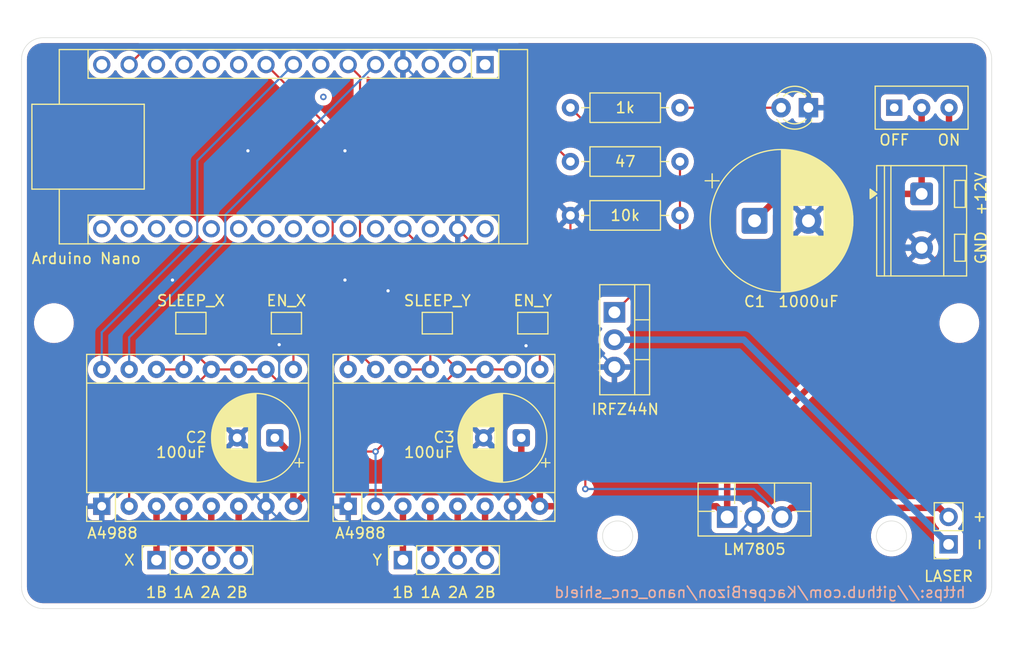
<source format=kicad_pcb>
(kicad_pcb (version 20241229) (generator "pcbnew") (generator_version "9.0")
  (layers (0 "F.Cu" signal) (2 "B.Cu" signal) (13 "F.Paste" user) (15 "B.Paste" user) (5 "F.SilkS" user "F.Silkscreen") (7 "B.SilkS" user "B.Silkscreen") (1 "F.Mask" user) (3 "B.Mask" user) (25 "Edge.Cuts" user))
  (net 0 "")
  (net 2 "/Y_DIR")
  (net 7 "/Y_STEP")
  (net 10 "+5V")
  (net 11 "/LASER_SIGNAL")
  (net 12 "GND")
  (net 24 "/X_DIR")
  (net 25 "/X_STEP")
  (net 30 "Net-(A2-~{ENABLE})")
  (net 31 "Net-(A2-~{RESET})")
  (net 32 "Net-(A2-1B)")
  (net 33 "+12V")
  (net 34 "Net-(A2-1A)")
  (net 35 "Net-(A2-2B)")
  (net 36 "Net-(A2-2A)")
  (net 37 "Net-(A3-~{ENABLE})")
  (net 38 "Net-(A3-2B)")
  (net 39 "Net-(A3-~{RESET})")
  (net 40 "Net-(A3-1A)")
  (net 41 "Net-(A3-1B)")
  (net 42 "Net-(A3-2A)")
  (net 43 "Net-(J1-V+)")
  (net 44 "Net-(D1-A)")
  (net 45 "Net-(J2-Pin_1)")
  (net 46 "Net-(J2-Pin_2)")
  (net 47 "Net-(Q1-G)")
  (footprint "Capacitor_THT:CP_Radial_D13.0mm_P5.00mm" (layer "F.Cu") (at 105 50.5)
    (property "Reference" "C1" (at 0 7.5 0) (layer "F.SilkS"))
    (property "Value" "1000uF" (hide yes))
    (pad "1" thru_hole roundrect (at 0 0) (size 2.4 2.4) (drill 1.2) (layers "*.Cu" "*.Mask") (roundrect_rratio 0.104167) (net 43 "Net-(J1-V+)"))
    (pad "2" thru_hole circle (at 5 0) (size 2.4 2.4) (drill 1.2) (layers "*.Cu" "*.Mask") (net 12 "GND"))
  )
  (footprint "Connector_PinSocket_2.54mm:PinSocket_1x04_P2.54mm_Vertical" (layer "F.Cu") (at 72.38 82 90)
    (property "Reference" "J4" (hide yes))
    (property "Value" "STEPPER_Y")
    (pad "1" thru_hole rect (at 0 0 90) (size 1.7 1.7) (drill 1) (layers "*.Cu" "*.Mask") (net 41 "Net-(A3-1B)"))
    (pad "2" thru_hole circle (at 0 2.54 90) (size 1.7 1.7) (drill 1) (layers "*.Cu" "*.Mask") (net 40 "Net-(A3-1A)"))
    (pad "3" thru_hole circle (at 0 5.08 90) (size 1.7 1.7) (drill 1) (layers "*.Cu" "*.Mask") (net 42 "Net-(A3-2A)"))
    (pad "4" thru_hole circle (at 0 7.62 90) (size 1.7 1.7) (drill 1) (layers "*.Cu" "*.Mask") (net 38 "Net-(A3-2B)"))
  )
  (footprint "Capacitor_THT:CP_Radial_D8.0mm_P3.50mm" (layer "F.Cu") (at 83.36 70.65 180)
    (property "Reference" "C3" (at 7.16 0.05 0) (layer "F.SilkS"))
    (property "Value" "100uF")
    (pad "1" thru_hole roundrect (at 0 0 180) (size 1.6 1.6) (drill 0.8) (layers "*.Cu" "*.Mask") (roundrect_rratio 0.15625) (net 33 "+12V"))
    (pad "2" thru_hole circle (at 3.5 0 180) (size 1.6 1.6) (drill 0.8) (layers "*.Cu" "*.Mask") (net 12 "GND"))
  )
  (footprint "LED_THT:LED_D3.0mm" (layer "F.Cu") (at 110 40 180)
    (property "Reference" "D1" (hide yes))
    (property "Value" "LED")
    (pad "1" thru_hole rect (at 0 0 180) (size 1.8 1.8) (drill 0.9) (layers "*.Cu" "*.Mask") (net 12 "GND"))
    (pad "2" thru_hole circle (at 2.54 0 180) (size 1.8 1.8) (drill 0.9) (layers "*.Cu" "*.Mask") (net 44 "Net-(D1-A)"))
  )
  (footprint "Jumper:SolderJumper-2_P1.3mm_Open_Pad1.0x1.5mm" (layer "F.Cu") (at 52.71 60 180)
    (property "Reference" "JP1" (hide yes))
    (property "Value" "JUMPER_RESET_X" (hide yes))
    (pad "1" smd rect (at -0.65 0 180) (size 1 1.5) (layers "F.Cu" "F.Mask") (net 10 "+5V"))
    (pad "2" smd rect (at 0.65 0 180) (size 1 1.5) (layers "F.Cu" "F.Mask") (net 31 "Net-(A2-~{RESET})"))
  )
  (footprint "Resistor_THT:R_Axial_DIN0207_L6.3mm_D2.5mm_P10.16mm_Horizontal" (layer "F.Cu") (at 87.92 50)
    (property "Reference" "R2" (hide yes))
    (property "Value" "10k" (hide yes))
    (pad "1" thru_hole circle (at 0 0) (size 1.6 1.6) (drill 0.8) (layers "*.Cu" "*.Mask") (net 12 "GND"))
    (pad "2" thru_hole circle (at 10.16 0) (size 1.6 1.6) (drill 0.8) (layers "*.Cu" "*.Mask") (net 47 "Net-(Q1-G)"))
  )
  (footprint "TerminalBlock_RND:TerminalBlock_RND_205-00045_1x02_P5.00mm_Horizontal" (layer "F.Cu") (at 120.5 48 -90)
    (property "Reference" "J1" (hide yes))
    (property "Value" "POWER_12V")
    (pad "1" thru_hole roundrect (at 0 0 270) (size 2.1 2.1) (drill 1.1) (layers "*.Cu" "*.Mask") (roundrect_rratio 0.119048) (net 43 "Net-(J1-V+)"))
    (pad "2" thru_hole circle (at 5 0 270) (size 2.1 2.1) (drill 1.1) (layers "*.Cu" "*.Mask") (net 12 "GND"))
  )
  (footprint "Resistor_THT:R_Axial_DIN0207_L6.3mm_D2.5mm_P10.16mm_Horizontal" (layer "F.Cu") (at 87.92 45)
    (property "Reference" "R1" (hide yes))
    (property "Value" "47" (hide yes))
    (pad "1" thru_hole circle (at 0 0) (size 1.6 1.6) (drill 0.8) (layers "*.Cu" "*.Mask") (net 11 "/LASER_SIGNAL"))
    (pad "2" thru_hole circle (at 10.16 0) (size 1.6 1.6) (drill 0.8) (layers "*.Cu" "*.Mask") (net 47 "Net-(Q1-G)"))
  )
  (footprint "Jumper:SolderJumper-2_P1.3mm_Open_Pad1.0x1.5mm" (layer "F.Cu") (at 75.57 60 180)
    (property "Reference" "JP3" (hide yes))
    (property "Value" "JUMPER_RESET_Y" (hide yes))
    (pad "1" smd rect (at -0.65 0 180) (size 1 1.5) (layers "F.Cu" "F.Mask") (net 10 "+5V"))
    (pad "2" smd rect (at 0.65 0 180) (size 1 1.5) (layers "F.Cu" "F.Mask") (net 39 "Net-(A3-~{RESET})"))
  )
  (footprint "Package_TO_SOT_THT:TO-220-3_Vertical" (layer "F.Cu") (at 92 59 -90)
    (property "Reference" "Q1" (hide yes))
    (property "Value" "IRFZ44N")
    (pad "1" thru_hole rect (at 0 0 270) (size 1.905 2) (drill 1.1) (layers "*.Cu" "*.Mask") (net 47 "Net-(Q1-G)"))
    (pad "2" thru_hole oval (at 2.54 0 270) (size 1.905 2) (drill 1.1) (layers "*.Cu" "*.Mask") (net 45 "Net-(J2-Pin_1)"))
    (pad "3" thru_hole oval (at 5.08 0 270) (size 1.905 2) (drill 1.1) (layers "*.Cu" "*.Mask") (net 12 "GND"))
  )
  (footprint "Module:Pololu_Breakout-16_15.2x20.3mm" (layer "F.Cu") (at 67.3 77 90)
    (property "Reference" "A3" (hide yes))
    (property "Value" "A4988_Y")
    (pad "1" thru_hole rect (at 0 0 90) (size 1.6 1.6) (drill 0.8) (layers "*.Cu" "*.Mask") (net 12 "GND"))
    (pad "2" thru_hole oval (at 0 2.54 90) (size 1.6 1.6) (drill 0.8) (layers "*.Cu" "*.Mask") (net 10 "+5V"))
    (pad "3" thru_hole oval (at 0 5.08 90) (size 1.6 1.6) (drill 0.8) (layers "*.Cu" "*.Mask") (net 41 "Net-(A3-1B)"))
    (pad "4" thru_hole oval (at 0 7.62 90) (size 1.6 1.6) (drill 0.8) (layers "*.Cu" "*.Mask") (net 40 "Net-(A3-1A)"))
    (pad "5" thru_hole oval (at 0 10.16 90) (size 1.6 1.6) (drill 0.8) (layers "*.Cu" "*.Mask") (net 42 "Net-(A3-2A)"))
    (pad "6" thru_hole oval (at 0 12.7 90) (size 1.6 1.6) (drill 0.8) (layers "*.Cu" "*.Mask") (net 38 "Net-(A3-2B)"))
    (pad "7" thru_hole oval (at 0 15.24 90) (size 1.6 1.6) (drill 0.8) (layers "*.Cu" "*.Mask") (net 12 "GND"))
    (pad "8" thru_hole oval (at 0 17.78 90) (size 1.6 1.6) (drill 0.8) (layers "*.Cu" "*.Mask") (net 33 "+12V"))
    (pad "9" thru_hole oval (at 12.7 17.78 90) (size 1.6 1.6) (drill 0.8) (layers "*.Cu" "*.Mask") (net 37 "Net-(A3-~{ENABLE})"))
    (pad "10" thru_hole oval (at 12.7 15.24 90) (size 1.6 1.6) (drill 0.8) (layers "*.Cu" "*.Mask") (net 10 "+5V"))
    (pad "11" thru_hole oval (at 12.7 12.7 90) (size 1.6 1.6) (drill 0.8) (layers "*.Cu" "*.Mask") (net 10 "+5V"))
    (pad "12" thru_hole oval (at 12.7 10.16 90) (size 1.6 1.6) (drill 0.8) (layers "*.Cu" "*.Mask") (net 10 "+5V"))
    (pad "13" thru_hole oval (at 12.7 7.62 90) (size 1.6 1.6) (drill 0.8) (layers "*.Cu" "*.Mask") (net 39 "Net-(A3-~{RESET})"))
    (pad "14" thru_hole oval (at 12.7 5.08 90) (size 1.6 1.6) (drill 0.8) (layers "*.Cu" "*.Mask") (net 39 "Net-(A3-~{RESET})"))
    (pad "15" thru_hole oval (at 12.7 2.54 90) (size 1.6 1.6) (drill 0.8) (layers "*.Cu" "*.Mask") (net 7 "/Y_STEP"))
    (pad "16" thru_hole oval (at 12.7 0 90) (size 1.6 1.6) (drill 0.8) (layers "*.Cu" "*.Mask") (net 2 "/Y_DIR"))
  )
  (footprint "Capacitor_THT:CP_Radial_D8.0mm_P3.50mm" (layer "F.Cu") (at 60.5 70.65 180)
    (property "Reference" "C2" (at 7.3 0.05 0) (layer "F.SilkS"))
    (property "Value" "100uF")
    (pad "1" thru_hole roundrect (at 0 0 180) (size 1.6 1.6) (drill 0.8) (layers "*.Cu" "*.Mask") (roundrect_rratio 0.15625) (net 33 "+12V"))
    (pad "2" thru_hole circle (at 3.5 0 180) (size 1.6 1.6) (drill 0.8) (layers "*.Cu" "*.Mask") (net 12 "GND"))
  )
  (footprint "MountingHole:MountingHole_3.2mm_M3_DIN965" (layer "F.Cu") (at 40 60)
    (property "Reference" "MH1" (hide yes))
    (property "Value" "MountingHole_3.2mm_M3_DIN965" (hide yes))
    (pad "" np_thru_hole circle (at 0 0) (size 3.2 3.2) (drill 3.2) (layers "*.Cu" "*.Mask"))
  )
  (footprint "Resistor_THT:R_Axial_DIN0207_L6.3mm_D2.5mm_P10.16mm_Horizontal" (layer "F.Cu") (at 87.92 40)
    (property "Reference" "R3" (hide yes))
    (property "Value" "1k" (hide yes))
    (pad "1" thru_hole circle (at 0 0) (size 1.6 1.6) (drill 0.8) (layers "*.Cu" "*.Mask") (net 46 "Net-(J2-Pin_2)"))
    (pad "2" thru_hole circle (at 10.16 0) (size 1.6 1.6) (drill 0.8) (layers "*.Cu" "*.Mask") (net 44 "Net-(D1-A)"))
  )
  (footprint "switch:SW_Slide-03_SS22T35_8.4x3.8x6.8_P2.54mm" (layer "F.Cu") (at 120.5 40)
    (property "Reference" "SW1" (hide yes))
    (property "Value" "POWER_SWITCH")
    (pad "1" thru_hole rect (at -2.54 0) (size 1.5 1.5) (drill 0.8) (layers "*.Cu" "*.Mask"))
    (pad "2" thru_hole circle (at 0 0) (size 1.6 1.6) (drill 0.8) (layers "*.Cu" "*.Mask") (net 43 "Net-(J1-V+)"))
    (pad "3" thru_hole circle (at 2.54 0) (size 1.6 1.6) (drill 0.8) (layers "*.Cu" "*.Mask") (net 33 "+12V"))
  )
  (footprint "Jumper:SolderJumper-2_P1.3mm_Open_Pad1.0x1.5mm" (layer "F.Cu") (at 84.43 60)
    (property "Reference" "JP4" (hide yes))
    (property "Value" "JUMPER_EN_Y" (hide yes))
    (pad "1" smd rect (at -0.65 0) (size 1 1.5) (layers "F.Cu" "F.Mask") (net 12 "GND"))
    (pad "2" smd rect (at 0.65 0) (size 1 1.5) (layers "F.Cu" "F.Mask") (net 37 "Net-(A3-~{ENABLE})"))
  )
  (footprint "Jumper:SolderJumper-2_P1.3mm_Open_Pad1.0x1.5mm" (layer "F.Cu") (at 61.57 60)
    (property "Reference" "JP2" (hide yes))
    (property "Value" "JUMPER_EN_X" (hide yes))
    (pad "1" smd rect (at -0.65 0) (size 1 1.5) (layers "F.Cu" "F.Mask") (net 12 "GND"))
    (pad "2" smd rect (at 0.65 0) (size 1 1.5) (layers "F.Cu" "F.Mask") (net 30 "Net-(A2-~{ENABLE})"))
  )
  (footprint "Package_TO_SOT_THT:TO-220F-3_Vertical" (layer "F.Cu") (at 102.46 78)
    (property "Reference" "U1" (hide yes))
    (property "Value" "L7805")
    (pad "1" thru_hole rect (at 0 0) (size 1.905 2) (drill 1.2) (layers "*.Cu" "*.Mask") (net 33 "+12V"))
    (pad "2" thru_hole oval (at 2.54 0) (size 1.905 2) (drill 1.2) (layers "*.Cu" "*.Mask") (net 12 "GND"))
    (pad "3" thru_hole oval (at 5.08 0) (size 1.905 2) (drill 1.2) (layers "*.Cu" "*.Mask") (net 46 "Net-(J2-Pin_2)"))
  )
  (footprint "Connector_PinSocket_2.54mm:PinSocket_1x04_P2.54mm_Vertical" (layer "F.Cu") (at 49.52 82 90)
    (property "Reference" "J3" (hide yes))
    (property "Value" "STEPPER_X")
    (pad "1" thru_hole rect (at 0 0 90) (size 1.7 1.7) (drill 1) (layers "*.Cu" "*.Mask") (net 32 "Net-(A2-1B)"))
    (pad "2" thru_hole circle (at 0 2.54 90) (size 1.7 1.7) (drill 1) (layers "*.Cu" "*.Mask") (net 34 "Net-(A2-1A)"))
    (pad "3" thru_hole circle (at 0 5.08 90) (size 1.7 1.7) (drill 1) (layers "*.Cu" "*.Mask") (net 36 "Net-(A2-2A)"))
    (pad "4" thru_hole circle (at 0 7.62 90) (size 1.7 1.7) (drill 1) (layers "*.Cu" "*.Mask") (net 35 "Net-(A2-2B)"))
  )
  (footprint "Connector_PinSocket_2.54mm:PinSocket_1x02_P2.54mm_Vertical" (layer "F.Cu") (at 123 80.54 180)
    (property "Reference" "J2" (hide yes))
    (property "Value" "LASER")
    (pad "1" thru_hole rect (at 0 0 180) (size 1.7 1.7) (drill 1) (layers "*.Cu" "*.Mask") (net 45 "Net-(J2-Pin_1)"))
    (pad "2" thru_hole circle (at 0 2.54 180) (size 1.7 1.7) (drill 1) (layers "*.Cu" "*.Mask") (net 46 "Net-(J2-Pin_2)"))
  )
  (footprint "Module:Pololu_Breakout-16_15.2x20.3mm" (layer "F.Cu") (at 44.44 77 90)
    (property "Reference" "A2" (hide yes))
    (property "Value" "A4988_X")
    (pad "1" thru_hole rect (at 0 0 90) (size 1.6 1.6) (drill 0.8) (layers "*.Cu" "*.Mask") (net 12 "GND"))
    (pad "2" thru_hole oval (at 0 2.54 90) (size 1.6 1.6) (drill 0.8) (layers "*.Cu" "*.Mask") (net 10 "+5V"))
    (pad "3" thru_hole oval (at 0 5.08 90) (size 1.6 1.6) (drill 0.8) (layers "*.Cu" "*.Mask") (net 32 "Net-(A2-1B)"))
    (pad "4" thru_hole oval (at 0 7.62 90) (size 1.6 1.6) (drill 0.8) (layers "*.Cu" "*.Mask") (net 34 "Net-(A2-1A)"))
    (pad "5" thru_hole oval (at 0 10.16 90) (size 1.6 1.6) (drill 0.8) (layers "*.Cu" "*.Mask") (net 36 "Net-(A2-2A)"))
    (pad "6" thru_hole oval (at 0 12.7 90) (size 1.6 1.6) (drill 0.8) (layers "*.Cu" "*.Mask") (net 35 "Net-(A2-2B)"))
    (pad "7" thru_hole oval (at 0 15.24 90) (size 1.6 1.6) (drill 0.8) (layers "*.Cu" "*.Mask") (net 12 "GND"))
    (pad "8" thru_hole oval (at 0 17.78 90) (size 1.6 1.6) (drill 0.8) (layers "*.Cu" "*.Mask") (net 33 "+12V"))
    (pad "9" thru_hole oval (at 12.7 17.78 90) (size 1.6 1.6) (drill 0.8) (layers "*.Cu" "*.Mask") (net 30 "Net-(A2-~{ENABLE})"))
    (pad "10" thru_hole oval (at 12.7 15.24 90) (size 1.6 1.6) (drill 0.8) (layers "*.Cu" "*.Mask") (net 10 "+5V"))
    (pad "11" thru_hole oval (at 12.7 12.7 90) (size 1.6 1.6) (drill 0.8) (layers "*.Cu" "*.Mask") (net 10 "+5V"))
    (pad "12" thru_hole oval (at 12.7 10.16 90) (size 1.6 1.6) (drill 0.8) (layers "*.Cu" "*.Mask") (net 10 "+5V"))
    (pad "13" thru_hole oval (at 12.7 7.62 90) (size 1.6 1.6) (drill 0.8) (layers "*.Cu" "*.Mask") (net 31 "Net-(A2-~{RESET})"))
    (pad "14" thru_hole oval (at 12.7 5.08 90) (size 1.6 1.6) (drill 0.8) (layers "*.Cu" "*.Mask") (net 31 "Net-(A2-~{RESET})"))
    (pad "15" thru_hole oval (at 12.7 2.54 90) (size 1.6 1.6) (drill 0.8) (layers "*.Cu" "*.Mask") (net 25 "/X_STEP"))
    (pad "16" thru_hole oval (at 12.7 0 90) (size 1.6 1.6) (drill 0.8) (layers "*.Cu" "*.Mask") (net 24 "/X_DIR"))
  )
  (footprint "MountingHole:MountingHole_3.2mm_M3_DIN965" (layer "F.Cu") (at 124 60)
    (property "Reference" "MH2" (hide yes))
    (property "Value" "MountingHole_3.2mm_M3_DIN965" (hide yes))
    (pad "" np_thru_hole circle (at 0 0) (size 3.2 3.2) (drill 3.2) (layers "*.Cu" "*.Mask"))
  )
  (footprint "Module:Arduino_Nano" (layer "F.Cu") (at 80 36 -90)
    (property "Reference" "A1" (hide yes))
    (property "Value" "Arduino_Nano")
    (pad "1" thru_hole rect (at 0 0 270) (size 1.6 1.6) (drill 1) (layers "*.Cu" "*.Mask"))
    (pad "2" thru_hole oval (at 0 2.54 270) (size 1.6 1.6) (drill 1) (layers "*.Cu" "*.Mask"))
    (pad "3" thru_hole oval (at 0 5.08 270) (size 1.6 1.6) (drill 1) (layers "*.Cu" "*.Mask"))
    (pad "4" thru_hole oval (at 0 7.62 270) (size 1.6 1.6) (drill 1) (layers "*.Cu" "*.Mask") (net 12 "GND"))
    (pad "5" thru_hole oval (at 0 10.16 270) (size 1.6 1.6) (drill 1) (layers "*.Cu" "*.Mask") (net 25 "/X_STEP"))
    (pad "6" thru_hole oval (at 0 12.7 270) (size 1.6 1.6) (drill 1) (layers "*.Cu" "*.Mask") (net 7 "/Y_STEP"))
    (pad "7" thru_hole oval (at 0 15.24 270) (size 1.6 1.6) (drill 1) (layers "*.Cu" "*.Mask"))
    (pad "8" thru_hole oval (at 0 17.78 270) (size 1.6 1.6) (drill 1) (layers "*.Cu" "*.Mask") (net 24 "/X_DIR"))
    (pad "9" thru_hole oval (at 0 20.32 270) (size 1.6 1.6) (drill 1) (layers "*.Cu" "*.Mask") (net 2 "/Y_DIR"))
    (pad "10" thru_hole oval (at 0 22.86 270) (size 1.6 1.6) (drill 1) (layers "*.Cu" "*.Mask"))
    (pad "11" thru_hole oval (at 0 25.4 270) (size 1.6 1.6) (drill 1) (layers "*.Cu" "*.Mask"))
    (pad "12" thru_hole oval (at 0 27.94 270) (size 1.6 1.6) (drill 1) (layers "*.Cu" "*.Mask"))
    (pad "13" thru_hole oval (at 0 30.48 270) (size 1.6 1.6) (drill 1) (layers "*.Cu" "*.Mask"))
    (pad "14" thru_hole oval (at 0 33.02 270) (size 1.6 1.6) (drill 1) (layers "*.Cu" "*.Mask") (net 11 "/LASER_SIGNAL"))
    (pad "15" thru_hole oval (at 0 35.56 270) (size 1.6 1.6) (drill 1) (layers "*.Cu" "*.Mask"))
    (pad "16" thru_hole oval (at 15.24 35.56 270) (size 1.6 1.6) (drill 1) (layers "*.Cu" "*.Mask"))
    (pad "17" thru_hole oval (at 15.24 33.02 270) (size 1.6 1.6) (drill 1) (layers "*.Cu" "*.Mask"))
    (pad "18" thru_hole oval (at 15.24 30.48 270) (size 1.6 1.6) (drill 1) (layers "*.Cu" "*.Mask"))
    (pad "19" thru_hole oval (at 15.24 27.94 270) (size 1.6 1.6) (drill 1) (layers "*.Cu" "*.Mask"))
    (pad "20" thru_hole oval (at 15.24 25.4 270) (size 1.6 1.6) (drill 1) (layers "*.Cu" "*.Mask"))
    (pad "21" thru_hole oval (at 15.24 22.86 270) (size 1.6 1.6) (drill 1) (layers "*.Cu" "*.Mask"))
    (pad "22" thru_hole oval (at 15.24 20.32 270) (size 1.6 1.6) (drill 1) (layers "*.Cu" "*.Mask"))
    (pad "23" thru_hole oval (at 15.24 17.78 270) (size 1.6 1.6) (drill 1) (layers "*.Cu" "*.Mask"))
    (pad "24" thru_hole oval (at 15.24 15.24 270) (size 1.6 1.6) (drill 1) (layers "*.Cu" "*.Mask"))
    (pad "25" thru_hole oval (at 15.24 12.7 270) (size 1.6 1.6) (drill 1) (layers "*.Cu" "*.Mask"))
    (pad "26" thru_hole oval (at 15.24 10.16 270) (size 1.6 1.6) (drill 1) (layers "*.Cu" "*.Mask"))
    (pad "27" thru_hole oval (at 15.24 7.62 270) (size 1.6 1.6) (drill 1) (layers "*.Cu" "*.Mask") (net 10 "+5V"))
    (pad "28" thru_hole oval (at 15.24 5.08 270) (size 1.6 1.6) (drill 1) (layers "*.Cu" "*.Mask"))
    (pad "29" thru_hole oval (at 15.24 2.54 270) (size 1.6 1.6) (drill 1) (layers "*.Cu" "*.Mask") (net 12 "GND"))
    (pad "30" thru_hole oval (at 15.24 0 270) (size 1.6 1.6) (drill 1) (layers "*.Cu" "*.Mask"))
  )
  (gr_line (start 127 84.5) (end 127 35.5) (stroke (width 0.05)) (layer "Edge.Cuts"))
  (gr_line (start 37 60) (end 37 84.5) (stroke (width 0.05)) (layer "Edge.Cuts"))
  (gr_line (start 39 86.5) (end 125 86.5) (stroke (width 0.05)) (layer "Edge.Cuts"))
  (gr_arc (start 125 33.5) (mid 126.414214 34.085786) (end 127 35.5) (stroke (width 0.05)) (layer "Edge.Cuts"))
  (gr_arc (start 127 84.5) (mid 126.414214 85.914214) (end 125 86.5) (stroke (width 0.05)) (layer "Edge.Cuts"))
  (gr_circle (center 92.3 79.763) (end 93.7 79.763) (stroke (width 0.05)) (fill no) (layer "Edge.Cuts"))
  (gr_arc (start 39 86.5) (mid 37.585786 85.914214) (end 37 84.5) (stroke (width 0.05)) (layer "Edge.Cuts"))
  (gr_line (start 125 33.5) (end 39 33.5) (stroke (width 0.05)) (layer "Edge.Cuts"))
  (gr_arc (start 37 35.5) (mid 37.585786 34.085786) (end 39 33.5) (stroke (width 0.05)) (layer "Edge.Cuts"))
  (gr_line (start 37 60) (end 37 35.5) (stroke (width 0.05)) (layer "Edge.Cuts"))
  (gr_circle (center 117.7 79.763) (end 119.1 79.763) (stroke (width 0.05)) (fill no) (layer "Edge.Cuts"))
  (gr_text "SLEEP_Y" (at 75.57 58.5 0) (layer "F.SilkS") (effects (font (size 1 1)) (justify bottom)))
  (gr_text "GND" (at 126 53 90) (layer "F.SilkS") (effects (font (size 1 1))))
  (gr_text "X" (at 47 82 0) (layer "F.SilkS") (effects (font (size 1 1))))
  (gr_text "+12V" (at 126 48 90) (layer "F.SilkS") (effects (font (size 1 1))))
  (gr_text "47" (at 93 45 0) (layer "F.SilkS") (effects (font (size 1 1))))
  (gr_text "2B" (at 57 85 0) (layer "F.SilkS") (effects (font (size 1 1))))
  (gr_text "2A" (at 77.46 85 0) (layer "F.SilkS") (effects (font (size 1 1))))
  (gr_text "-" (at 125.8 80.54 90) (layer "F.SilkS") (effects (font (size 1 1))))
  (gr_text "EN_Y" (at 84.43 58.5 0) (layer "F.SilkS") (effects (font (size 1 1)) (justify bottom)))
  (gr_text "1000uF" (at 110 58 0) (layer "F.SilkS") (effects (font (size 1 1))))
  (gr_text "2B" (at 80 85 0) (layer "F.SilkS") (effects (font (size 1 1))))
  (gr_text "LM7805" (at 105 81 0) (layer "F.SilkS") (effects (font (size 1 1))))
  (gr_text "IRFZ44N" (at 93 68 0) (layer "F.SilkS") (effects (font (size 1 1))))
  (gr_text "LASER" (at 123 83.5 0) (layer "F.SilkS") (effects (font (size 1 1))))
  (gr_text "2A" (at 54.5 85 0) (layer "F.SilkS") (effects (font (size 1 1))))
  (gr_text "OFF" (at 117.96 43 0) (layer "F.SilkS") (effects (font (size 1 1))))
  (gr_text "1A" (at 74.92 85 0) (layer "F.SilkS") (effects (font (size 1 1))))
  (gr_text "100uF" (at 51.8 72 0) (layer "F.SilkS") (effects (font (size 1 1))))
  (gr_text "Arduino Nano" (at 43 54 0) (layer "F.SilkS") (effects (font (size 1 1))))
  (gr_text "A4988" (at 66 79.5 0) (layer "F.SilkS") (effects (font (size 1 1)) (justify left)))
  (gr_text "SLEEP_X" (at 52.71 58.5 0) (layer "F.SilkS") (effects (font (size 1 1)) (justify bottom)))
  (gr_text "1k" (at 93 40 0) (layer "F.SilkS") (effects (font (size 1 1))))
  (gr_text "+\n" (at 125.8 78 90) (layer "F.SilkS") (effects (font (size 1 1))))
  (gr_text "Y" (at 70 82 0) (layer "F.SilkS") (effects (font (size 1 1))))
  (gr_text "1B" (at 49.52 85 0) (layer "F.SilkS") (effects (font (size 1 1))))
  (gr_text "10k" (at 93 50 0) (layer "F.SilkS") (effects (font (size 1 1))))
  (gr_text "EN_X" (at 61.57 58.5 0) (layer "F.SilkS") (effects (font (size 1 1)) (justify bottom)))
  (gr_text "100uF" (at 74.8 72 0) (layer "F.SilkS") (effects (font (size 1 1))))
  (gr_text "ON" (at 123.04 43 0) (layer "F.SilkS") (effects (font (size 1 1))))
  (gr_text "1B" (at 72.38 85 0) (layer "F.SilkS") (effects (font (size 1 1))))
  (gr_text "A4988" (at 43 79.5 0) (layer "F.SilkS") (effects (font (size 1 1)) (justify left)))
  (gr_text "1A" (at 52 85 0) (layer "F.SilkS") (effects (font (size 1 1))))
  (gr_text "https://github.com/KacperBizon/nano_cnc_shield" (at 105.5 85 0) (layer "B.SilkS") (effects (font (size 1 1)) (justify mirror)))
  (via (at 65 39) (size 0.6) (drill 0.3) (layers "F.Cu" "B.Cu") (net 0))
  (segment (start 67.3 58.8) (end 65.861 57.361) (width 0.2) (layer "F.Cu") (net 2))
  (segment (start 65.861 42.181) (end 59.68 36) (width 0.2) (layer "F.Cu") (net 2))
  (segment (start 65.861 57.361) (end 65.861 42.181) (width 0.2) (layer "F.Cu") (net 2))
  (segment (start 67.3 64.3) (end 67.3 58.8) (width 0.2) (layer "F.Cu") (net 2))
  (segment (start 68.401 37.101) (end 67.3 36) (width 0.2) (layer "F.Cu") (net 7))
  (segment (start 69.84 64.3) (end 68.401 62.861) (width 0.2) (layer "F.Cu") (net 7))
  (segment (start 68.401 62.861) (end 68.401 37.101) (width 0.2) (layer "F.Cu") (net 7))
  (segment (start 76.22 55.08) (end 72.38 51.24) (width 0.2) (layer "F.Cu") (net 10))
  (segment (start 59.68 64.3) (end 67.3 71.92) (width 0.2) (layer "F.Cu") (net 10))
  (segment (start 76.22 60) (end 76.22 55.08) (width 0.2) (layer "F.Cu") (net 10))
  (segment (start 46.98 77) (end 46.98 71.92) (width 0.2) (layer "F.Cu") (net 10))
  (segment (start 76.22 63.06) (end 77.46 64.3) (width 0.2) (layer "F.Cu") (net 10))
  (segment (start 76.22 60) (end 76.22 63.06) (width 0.2) (layer "F.Cu") (net 10))
  (segment (start 69.84 71.92) (end 77.46 64.3) (width 0.2) (layer "F.Cu") (net 10))
  (segment (start 46.98 71.92) (end 54.6 64.3) (width 0.2) (layer "F.Cu") (net 10))
  (segment (start 67.3 71.92) (end 69.84 71.92) (width 0.2) (layer "F.Cu") (net 10))
  (segment (start 53.36 60) (end 53.36 63.06) (width 0.2) (layer "F.Cu") (net 10))
  (segment (start 53.36 63.06) (end 54.6 64.3) (width 0.2) (layer "F.Cu") (net 10))
  (segment (start 54.6 64.3) (end 59.68 64.3) (width 0.2) (layer "F.Cu") (net 10))
  (segment (start 77.46 64.3) (end 82.54 64.3) (width 0.2) (layer "F.Cu") (net 10))
  (via (at 69.84 71.92) (size 0.6) (drill 0.3) (layers "F.Cu" "B.Cu") (net 10))
  (segment (start 69.84 77) (end 69.84 71.92) (width 0.2) (layer "B.Cu") (net 10))
  (segment (start 85 42.08) (end 87.92 45) (width 0.2) (layer "F.Cu") (net 11))
  (segment (start 85 37) (end 85 42.08) (width 0.2) (layer "F.Cu") (net 11))
  (segment (start 48.48 34.5) (end 82.5 34.5) (width 0.2) (layer "F.Cu") (net 11))
  (segment (start 82.5 34.5) (end 85 37) (width 0.2) (layer "F.Cu") (net 11))
  (segment (start 46.98 36) (end 48.48 34.5) (width 0.2) (layer "F.Cu") (net 11))
  (segment (start 83.78 57.35) (end 87.92 53.21) (width 0.2) (layer "F.Cu") (net 12))
  (segment (start 83.78 62.08) (end 83.8 62.1) (width 0.2) (layer "F.Cu") (net 12))
  (segment (start 87.92 53.21) (end 87.92 50) (width 0.2) (layer "F.Cu") (net 12))
  (segment (start 83.78 57.35) (end 83.78 60) (width 0.2) (layer "F.Cu") (net 12))
  (segment (start 60.92 61.88) (end 60.92 60) (width 0.2) (layer "F.Cu") (net 12))
  (segment (start 83.57 57.35) (end 83.78 57.35) (width 0.2) (layer "F.Cu") (net 12))
  (segment (start 83.78 60) (end 83.78 62.08) (width 0.2) (layer "F.Cu") (net 12))
  (segment (start 60.9 61.9) (end 60.92 61.88) (width 0.2) (layer "F.Cu") (net 12))
  (segment (start 77.46 51.24) (end 83.57 57.35) (width 0.2) (layer "F.Cu") (net 12))
  (segment (start 60.9 62) (end 60.9 61.9) (width 0.2) (layer "F.Cu") (net 12))
  (via (at 60.9 62) (size 0.6) (drill 0.3) (layers "F.Cu" "B.Cu") (net 12))
  (via (at 58 44) (size 0.6) (drill 0.3) (layers "F.Cu" "B.Cu") (net 12))
  (via (at 67 56) (size 0.6) (drill 0.3) (layers "F.Cu" "B.Cu") (net 12))
  (via (at 83.8 62.1) (size 0.6) (drill 0.3) (layers "F.Cu" "B.Cu") (net 12))
  (via (at 51 56) (size 0.6) (drill 0.3) (layers "F.Cu" "B.Cu") (net 12))
  (via (at 71 57) (size 0.6) (drill 0.3) (layers "F.Cu" "B.Cu") (net 12))
  (via (at 67 44) (size 0.6) (drill 0.3) (layers "F.Cu" "B.Cu") (net 12))
  (segment (start 90.02 62.1) (end 83.8 62.1) (width 0.2) (layer "B.Cu") (net 12))
  (segment (start 60.9 66.75) (end 60.9 62) (width 0.2) (layer "B.Cu") (net 12))
  (segment (start 59.68 73.33) (end 57 70.65) (width 0.6) (layer "B.Cu") (net 12))
  (segment (start 87.92 50) (end 93.42 55.5) (width 0.2) (layer "B.Cu") (net 12))
  (segment (start 82.54 77) (end 82.54 73.33) (width 0.6) (layer "B.Cu") (net 12))
  (segment (start 110 50.5) (end 110 40) (width 0.6) (layer "B.Cu") (net 12))
  (segment (start 77.46 51.24) (end 77.46 41.08) (width 0.2) (layer "B.Cu") (net 12))
  (segment (start 67.3 79.2) (end 67.3 77) (width 0.2) (layer "B.Cu") (net 12))
  (segment (start 120.5 53) (end 112.5 53) (width 0.6) (layer "B.Cu") (net 12))
  (segment (start 59.68 77) (end 59.68 73.33) (width 0.6) (layer "B.Cu") (net 12))
  (segment (start 59.68 77) (end 57.93 75.25) (width 0.2) (layer "B.Cu") (net 12))
  (segment (start 112.5 53) (end 110 50.5) (width 0.6) (layer "B.Cu") (net 12))
  (segment (start 60.9 62) (end 61 62.1) (width 0.2) (layer "B.Cu") (net 12))
  (segment (start 101 82) (end 85.4 82) (width 0.2) (layer "B.Cu") (net 12))
  (segment (start 82.54 77) (end 82.54 79.14) (width 0.2) (layer "B.Cu") (net 12))
  (segment (start 67.3 79.2) (end 61.88 79.2) (width 0.2) (layer "B.Cu") (net 12))
  (segment (start 82.54 79.14) (end 82.6 79.2) (width 0.2) (layer "B.Cu") (net 12))
  (segment (start 93.42 55.5) (end 105 55.5) (width 0.2) (layer "B.Cu") (net 12))
  (segment (start 57 70.65) (end 60.9 66.75) (width 0.2) (layer "B.Cu") (net 12))
  (segment (start 83.8 66.71) (end 83.8 62.1) (width 0.2) (layer "B.Cu") (net 12))
  (segment (start 82.54 73.33) (end 79.86 70.65) (width 0.6) (layer "B.Cu") (net 12))
  (segment (start 79.86 70.65) (end 83.8 66.71) (width 0.2) (layer "B.Cu") (net 12))
  (segment (start 85.4 82) (end 82.6 79.2) (width 0.2) (layer "B.Cu") (net 12))
  (segment (start 61.88 79.2) (end 59.68 77) (width 0.2) (layer "B.Cu") (net 12))
  (segment (start 57.93 75.25) (end 46.19 75.25) (width 0.2) (layer "B.Cu") (net 12))
  (segment (start 77.46 41.08) (end 72.38 36) (width 0.2) (layer "B.Cu") (net 12))
  (segment (start 82.6 79.2) (end 67.3 79.2) (width 0.2) (layer "B.Cu") (net 12))
  (segment (start 46.19 75.25) (end 44.44 77) (width 0.2) (layer "B.Cu") (net 12))
  (segment (start 105 78) (end 101 82) (width 0.2) (layer "B.Cu") (net 12))
  (segment (start 105 55.5) (end 110 50.5) (width 0.2) (layer "B.Cu") (net 12))
  (segment (start 92 64.08) (end 90.02 62.1) (width 0.2) (layer "B.Cu") (net 12))
  (segment (start 53.3 52) (end 53.3 44.92) (width 0.2) (layer "B.Cu") (net 24))
  (segment (start 44.44 64.3) (end 44.44 60.86) (width 0.2) (layer "B.Cu") (net 24))
  (segment (start 44.44 60.86) (end 53.3 52) (width 0.2) (layer "B.Cu") (net 24))
  (segment (start 53.3 44.92) (end 62.22 36) (width 0.2) (layer "B.Cu") (net 24))
  (segment (start 46.98 64.3) (end 46.98 61.32) (width 0.2) (layer "B.Cu") (net 25))
  (segment (start 55.9 49.94) (end 69.84 36) (width 0.2) (layer "B.Cu") (net 25))
  (segment (start 46.98 61.32) (end 55.9 52.4) (width 0.2) (layer "B.Cu") (net 25))
  (segment (start 55.9 52.4) (end 55.9 49.94) (width 0.2) (layer "B.Cu") (net 25))
  (segment (start 62.22 60) (end 62.22 64.3) (width 0.2) (layer "F.Cu") (net 30))
  (segment (start 52.06 60) (end 52.06 64.3) (width 0.2) (layer "F.Cu") (net 31))
  (segment (start 52.06 64.3) (end 49.52 64.3) (width 0.2) (layer "F.Cu") (net 31))
  (segment (start 49.52 82) (end 49.52 77) (width 0.6) (layer "F.Cu") (net 32))
  (segment (start 83.36 72.06) (end 83.36 70.65) (width 0.6) (layer "F.Cu") (net 33))
  (segment (start 62.22 72.37) (end 60.5 70.65) (width 0.6) (layer "F.Cu") (net 33))
  (segment (start 83.779 75.699) (end 63.521 75.699) (width 0.6) (layer "F.Cu") (net 33))
  (segment (start 85.08 77) (end 83.779 75.699) (width 0.6) (layer "F.Cu") (net 33))
  (segment (start 123.04 40) (end 123.04 52.96) (width 0.6) (layer "F.Cu") (net 33))
  (segment (start 101.46 77) (end 85.08 77) (width 0.6) (layer "F.Cu") (net 33))
  (segment (start 123.04 52.96) (end 102.46 73.54) (width 0.6) (layer "F.Cu") (net 33))
  (segment (start 63.521 75.699) (end 62.22 77) (width 0.6) (layer "F.Cu") (net 33))
  (segment (start 102.46 73.54) (end 102.46 78) (width 0.6) (layer "F.Cu") (net 33))
  (segment (start 85.08 77) (end 85.08 73.78) (width 0.6) (layer "F.Cu") (net 33))
  (segment (start 102.46 78) (end 101.46 77) (width 0.6) (layer "F.Cu") (net 33))
  (segment (start 85.08 73.78) (end 83.36 72.06) (width 0.6) (layer "F.Cu") (net 33))
  (segment (start 62.22 77) (end 62.22 72.37) (width 0.6) (layer "F.Cu") (net 33))
  (segment (start 52.06 82) (end 52.06 77) (width 0.6) (layer "F.Cu") (net 34))
  (segment (start 57.14 82) (end 57.14 77) (width 0.6) (layer "F.Cu") (net 35))
  (segment (start 54.6 82) (end 54.6 77) (width 0.6) (layer "F.Cu") (net 36))
  (segment (start 85.08 60) (end 85.08 64.3) (width 0.2) (layer "F.Cu") (net 37))
  (segment (start 80 77) (end 80 82) (width 0.6) (layer "F.Cu") (net 38))
  (segment (start 74.92 64.3) (end 74.92 60) (width 0.2) (layer "F.Cu") (net 39))
  (segment (start 74.92 64.3) (end 72.38 64.3) (width 0.2) (layer "F.Cu") (net 39))
  (segment (start 74.92 77) (end 74.92 82) (width 0.6) (layer "F.Cu") (net 40))
  (segment (start 72.38 77) (end 72.38 82) (width 0.6) (layer "F.Cu") (net 41))
  (segment (start 77.46 77) (end 77.46 82) (width 0.6) (layer "F.Cu") (net 42))
  (segment (start 120.5 48) (end 107.5 48) (width 0.6) (layer "F.Cu") (net 43))
  (segment (start 107.5 48) (end 105 50.5) (width 0.6) (layer "F.Cu") (net 43))
  (segment (start 120.5 48) (end 120.5 40) (width 0.6) (layer "F.Cu") (net 43))
  (segment (start 107.46 40) (end 98.08 40) (width 0.2) (layer "F.Cu") (net 44))
  (segment (start 104 61.54) (end 92 61.54) (width 0.6) (layer "B.Cu") (net 45))
  (segment (start 123 80.54) (end 104 61.54) (width 0.6) (layer "B.Cu") (net 45))
  (segment (start 122.15 77.15) (end 108.39 77.15) (width 0.6) (layer "F.Cu") (net 46))
  (segment (start 87.92 40) (end 89.3 41.38) (width 0.2) (layer "F.Cu") (net 46))
  (segment (start 108.39 77.15) (end 107.54 78) (width 0.6) (layer "F.Cu") (net 46))
  (segment (start 89.3 75.3) (end 89.3 75.4) (width 0.2) (layer "F.Cu") (net 46))
  (segment (start 89.3 41.38) (end 89.3 75.3) (width 0.2) (layer "F.Cu") (net 46))
  (segment (start 123 78) (end 122.15 77.15) (width 0.6) (layer "F.Cu") (net 46))
  (via (at 89.3 75.4) (size 0.6) (drill 0.3) (layers "F.Cu" "B.Cu") (net 46))
  (segment (start 104.94 75.4) (end 107.54 78) (width 0.2) (layer "B.Cu") (net 46))
  (segment (start 89.3 75.4) (end 104.94 75.4) (width 0.2) (layer "B.Cu") (net 46))
  (segment (start 98.08 52.92) (end 92 59) (width 0.2) (layer "F.Cu") (net 47))
  (segment (start 98.08 50) (end 98.08 52.92) (width 0.2) (layer "F.Cu") (net 47))
  (segment (start 98.08 50) (end 98.08 45) (width 0.2) (layer "F.Cu") (net 47))
  (zone (net 12) (net_name "GND") (layers "F.Cu" "B.Cu") (connect_pads (clearance 0.5)) (min_thickness 0.25) (fill yes (thermal_gap 0.5) (thermal_bridge_width 0.5))
    (polygon (pts (xy 35 30) (xy 130 30) (xy 130 90) (xy 35 90)))
  )
)
</source>
